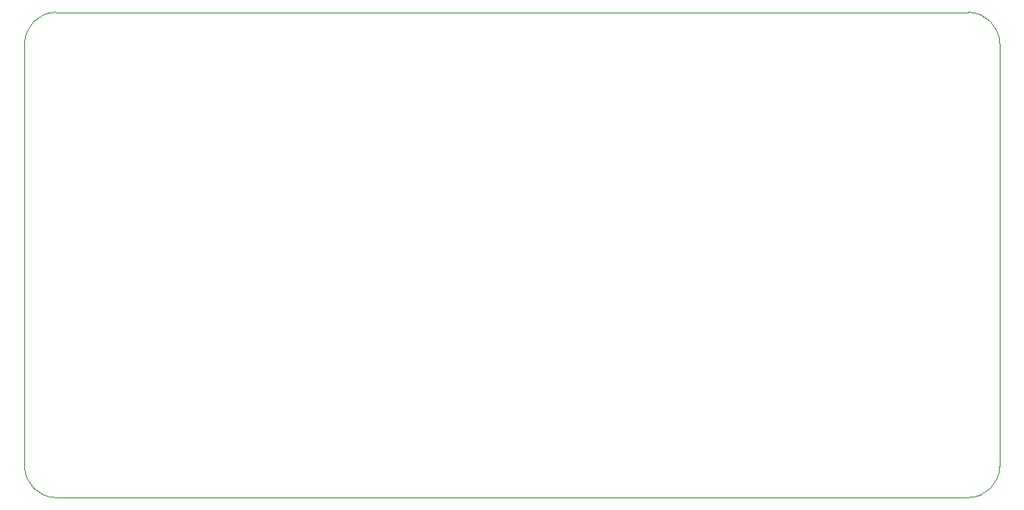
<source format=gbr>
G04 #@! TF.GenerationSoftware,KiCad,Pcbnew,(5.1.7)-1*
G04 #@! TF.CreationDate,2020-10-06T16:51:21+07:00*
G04 #@! TF.ProjectId,PIC16F1X_KIT2019,50494331-3646-4315-985f-4b4954323031,rev?*
G04 #@! TF.SameCoordinates,Original*
G04 #@! TF.FileFunction,Profile,NP*
%FSLAX46Y46*%
G04 Gerber Fmt 4.6, Leading zero omitted, Abs format (unit mm)*
G04 Created by KiCad (PCBNEW (5.1.7)-1) date 2020-10-06 16:51:21*
%MOMM*%
%LPD*%
G01*
G04 APERTURE LIST*
G04 #@! TA.AperFunction,Profile*
%ADD10C,0.050000*%
G04 #@! TD*
G04 APERTURE END LIST*
D10*
X118872000Y-65024000D02*
G75*
G02*
X115697000Y-68199000I-3175000J0D01*
G01*
X23368000Y-68199000D02*
G75*
G02*
X20193000Y-65024000I0J3175000D01*
G01*
X118872000Y-22225000D02*
X118872000Y-65024000D01*
X20193000Y-65024000D02*
X20193000Y-22225000D01*
X115697000Y-68199000D02*
X23368000Y-68199000D01*
X20193000Y-22225000D02*
G75*
G02*
X23368000Y-19050000I3175000J0D01*
G01*
X115697000Y-19050000D02*
G75*
G02*
X118872000Y-22225000I0J-3175000D01*
G01*
X23368000Y-19050000D02*
X115697000Y-19050000D01*
M02*

</source>
